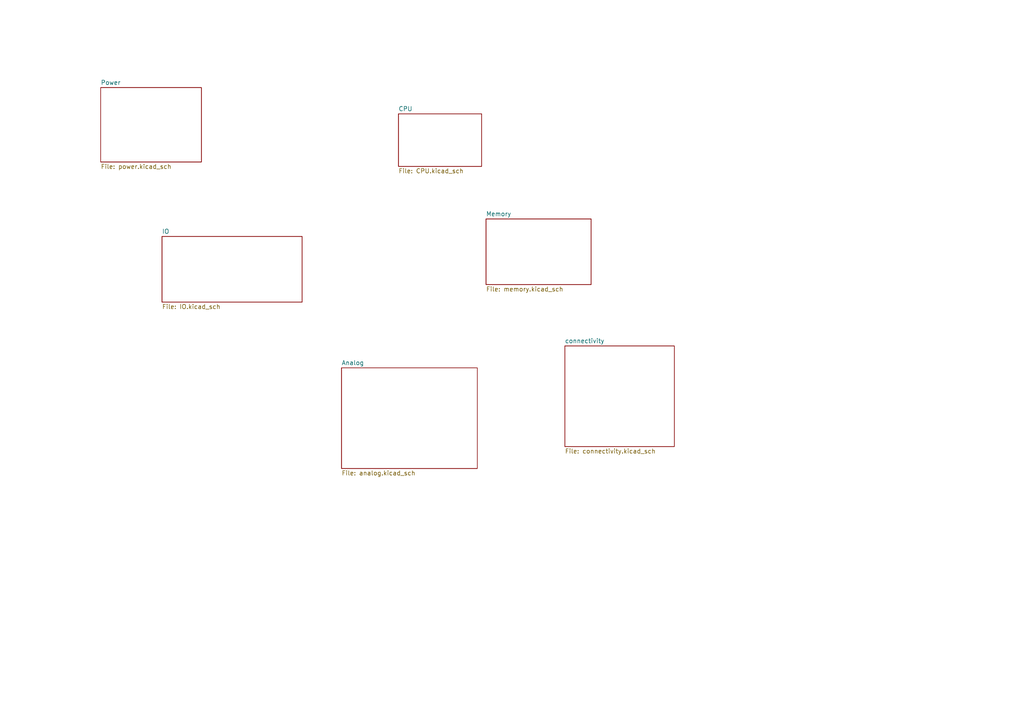
<source format=kicad_sch>
(kicad_sch
	(version 20231120)
	(generator "eeschema")
	(generator_version "8.0")
	(uuid "f1f6f8e2-c32c-4cfd-b3fb-55bd1ba49172")
	(paper "A4")
	(title_block
		(title "TOP - Overview")
		(date "2025-05-15")
		(rev "1.0")
		(company "Thomas S. Perri")
	)
	(lib_symbols)
	(sheet
		(at 115.57 33.02)
		(size 24.13 15.24)
		(fields_autoplaced yes)
		(stroke
			(width 0.1524)
			(type solid)
		)
		(fill
			(color 0 0 0 0.0000)
		)
		(uuid "2463a5e4-ddfc-4b93-9a8a-b370046e976f")
		(property "Sheetname" "CPU"
			(at 115.57 32.3084 0)
			(effects
				(font
					(size 1.27 1.27)
				)
				(justify left bottom)
			)
		)
		(property "Sheetfile" "CPU.kicad_sch"
			(at 115.57 48.8446 0)
			(effects
				(font
					(size 1.27 1.27)
				)
				(justify left top)
			)
		)
		(instances
			(project "Prometheus"
				(path "/f1f6f8e2-c32c-4cfd-b3fb-55bd1ba49172"
					(page "3")
				)
			)
		)
	)
	(sheet
		(at 46.99 68.58)
		(size 40.64 19.05)
		(fields_autoplaced yes)
		(stroke
			(width 0.1524)
			(type solid)
		)
		(fill
			(color 0 0 0 0.0000)
		)
		(uuid "3e6e4e20-c705-4a0d-86e8-7017048b911d")
		(property "Sheetname" "IO"
			(at 46.99 67.8684 0)
			(effects
				(font
					(size 1.27 1.27)
				)
				(justify left bottom)
			)
		)
		(property "Sheetfile" "IO.kicad_sch"
			(at 46.99 88.2146 0)
			(effects
				(font
					(size 1.27 1.27)
				)
				(justify left top)
			)
		)
		(instances
			(project "Prometheus"
				(path "/f1f6f8e2-c32c-4cfd-b3fb-55bd1ba49172"
					(page "5")
				)
			)
		)
	)
	(sheet
		(at 163.83 100.33)
		(size 31.75 29.21)
		(fields_autoplaced yes)
		(stroke
			(width 0.1524)
			(type solid)
		)
		(fill
			(color 0 0 0 0.0000)
		)
		(uuid "402cc170-130c-49d5-a3b0-c8e14f88ca6b")
		(property "Sheetname" "connectivity"
			(at 163.83 99.6184 0)
			(effects
				(font
					(size 1.27 1.27)
				)
				(justify left bottom)
			)
		)
		(property "Sheetfile" "connectivity.kicad_sch"
			(at 163.83 130.1246 0)
			(effects
				(font
					(size 1.27 1.27)
				)
				(justify left top)
			)
		)
		(instances
			(project "Prometheus"
				(path "/f1f6f8e2-c32c-4cfd-b3fb-55bd1ba49172"
					(page "7")
				)
			)
		)
	)
	(sheet
		(at 99.06 106.68)
		(size 39.37 29.21)
		(fields_autoplaced yes)
		(stroke
			(width 0.1524)
			(type solid)
		)
		(fill
			(color 0 0 0 0.0000)
		)
		(uuid "75ff2b49-563c-428f-b645-5413352bdb50")
		(property "Sheetname" "Analog"
			(at 99.06 105.9684 0)
			(effects
				(font
					(size 1.27 1.27)
				)
				(justify left bottom)
			)
		)
		(property "Sheetfile" "analog.kicad_sch"
			(at 99.06 136.4746 0)
			(effects
				(font
					(size 1.27 1.27)
				)
				(justify left top)
			)
		)
		(instances
			(project "Prometheus"
				(path "/f1f6f8e2-c32c-4cfd-b3fb-55bd1ba49172"
					(page "6")
				)
			)
		)
	)
	(sheet
		(at 29.21 25.4)
		(size 29.21 21.59)
		(fields_autoplaced yes)
		(stroke
			(width 0.1524)
			(type solid)
		)
		(fill
			(color 0 0 0 0.0000)
		)
		(uuid "a2b79d77-2340-4ea5-bdd7-f34691ece68b")
		(property "Sheetname" "Power"
			(at 29.21 24.6884 0)
			(effects
				(font
					(size 1.27 1.27)
				)
				(justify left bottom)
			)
		)
		(property "Sheetfile" "power.kicad_sch"
			(at 29.21 47.5746 0)
			(effects
				(font
					(size 1.27 1.27)
				)
				(justify left top)
			)
		)
		(instances
			(project "Prometheus"
				(path "/f1f6f8e2-c32c-4cfd-b3fb-55bd1ba49172"
					(page "2")
				)
			)
		)
	)
	(sheet
		(at 140.97 63.5)
		(size 30.48 19.05)
		(fields_autoplaced yes)
		(stroke
			(width 0.1524)
			(type solid)
		)
		(fill
			(color 0 0 0 0.0000)
		)
		(uuid "bdf5eac8-113f-4807-a2c9-0f03ce2f113e")
		(property "Sheetname" "Memory"
			(at 140.97 62.7884 0)
			(effects
				(font
					(size 1.27 1.27)
				)
				(justify left bottom)
			)
		)
		(property "Sheetfile" "memory.kicad_sch"
			(at 140.97 83.1346 0)
			(effects
				(font
					(size 1.27 1.27)
				)
				(justify left top)
			)
		)
		(instances
			(project "Prometheus"
				(path "/f1f6f8e2-c32c-4cfd-b3fb-55bd1ba49172"
					(page "4")
				)
			)
		)
	)
	(sheet_instances
		(path "/"
			(page "1")
		)
	)
)

</source>
